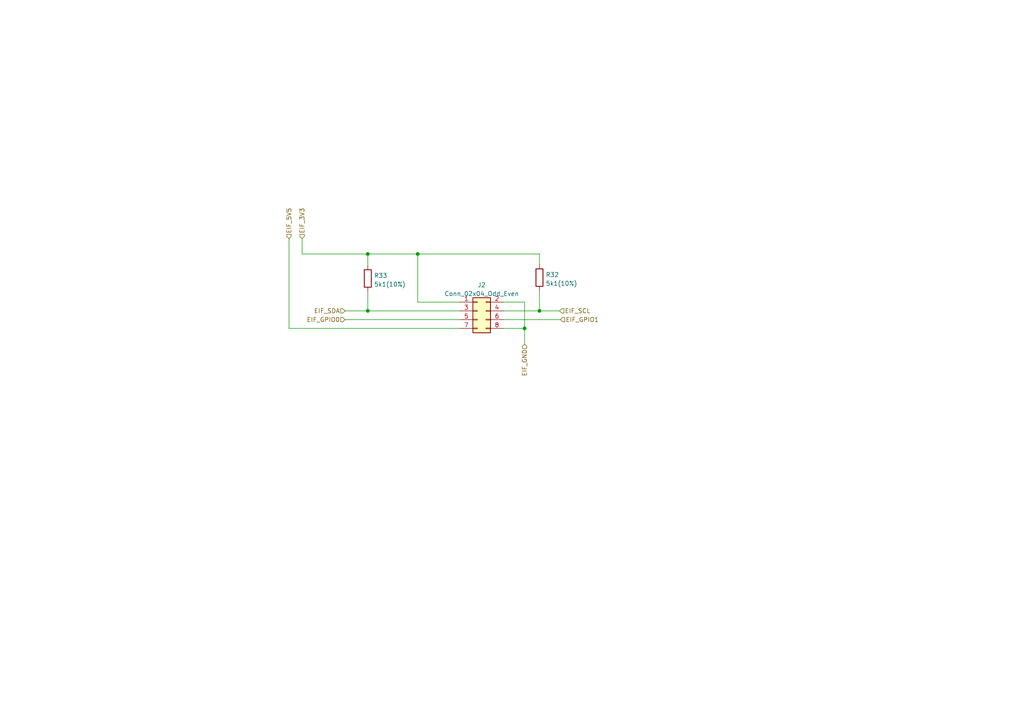
<source format=kicad_sch>
(kicad_sch (version 20230121) (generator eeschema)
  (paper "A4")
  (title_block (title "BCD-0o27 - SAO Interface") (date "2021-10-07") (rev "2") (company "BalcCon") (comment 1 "Designed by Florian"))
  (lib_symbols
    (symbol "Connector_Generic:Conn_02x04_Odd_Even" (pin_names (offset 1.016) hide)
      (property "Reference" "J" (at 1.27 5.08 0))
      (property "Value" "Conn_02x04_Odd_Even" (at 1.27 -7.62 0))
      (symbol "Conn_02x04_Odd_Even_1_1"
        (rectangle (start -1.27 -4.953) (end 0 -5.207) (stroke (width 0.1524)))
        (rectangle (start -1.27 -2.413) (end 0 -2.667) (stroke (width 0.1524)))
        (rectangle (start -1.27 0.127) (end 0 -0.127) (stroke (width 0.1524)))
        (rectangle (start -1.27 2.667) (end 0 2.413) (stroke (width 0.1524)))
        (rectangle (start -1.27 3.81) (end 3.81 -6.35) (stroke (width 0.254)) (fill (type background)))
        (rectangle (start 3.81 -4.953) (end 2.54 -5.207) (stroke (width 0.1524)))
        (rectangle (start 3.81 -2.413) (end 2.54 -2.667) (stroke (width 0.1524)))
        (rectangle (start 3.81 0.127) (end 2.54 -0.127) (stroke (width 0.1524)))
        (rectangle (start 3.81 2.667) (end 2.54 2.413) (stroke (width 0.1524)))
        (pin passive line (at -5.08 2.54 0) (length 3.81) (name "Pin_1") (number "1"))
        (pin passive line (at 7.62 2.54 180) (length 3.81) (name "Pin_2") (number "2"))
        (pin passive line (at -5.08 0 0) (length 3.81) (name "Pin_3") (number "3"))
        (pin passive line (at 7.62 0 180) (length 3.81) (name "Pin_4") (number "4"))
        (pin passive line (at -5.08 -2.54 0) (length 3.81) (name "Pin_5") (number "5"))
        (pin passive line (at 7.62 -2.54 180) (length 3.81) (name "Pin_6") (number "6"))
        (pin passive line (at -5.08 -5.08 0) (length 3.81) (name "Pin_7") (number "7"))
        (pin passive line (at 7.62 -5.08 180) (length 3.81) (name "Pin_8") (number "8"))
      )
    )
    (symbol "Device:R" (pin_numbers hide) (pin_names (offset 0))
      (property "Reference" "R" (at 2.032 0 90))
      (property "Value" "R" (at 0 0 90))
      (symbol "R_0_1"
        (rectangle (start -1.016 -2.54) (end 1.016 2.54) (stroke (width 0.254)))
      )
      (symbol "R_1_1"
        (pin passive line (at 0 3.81 270) (length 1.27) (name "~") (number "1"))
        (pin passive line (at 0 -3.81 90) (length 1.27) (name "~") (number "2"))
      )
    )
  )
  (junction (at 121.158 73.66))
  (junction (at 152.146 95.25))
  (junction (at 156.464 90.17))
  (junction (at 106.68 90.17))
  (junction (at 106.68 73.66))
  (wire (pts (xy 100.076 90.17) (xy 106.68 90.17)))
  (wire (pts (xy 156.464 84.328) (xy 156.464 90.17)))
  (wire (pts (xy 152.146 87.63) (xy 152.146 95.25)))
  (wire (pts (xy 106.68 90.17) (xy 133.35 90.17)))
  (wire (pts (xy 156.464 90.17) (xy 162.306 90.17)))
  (wire (pts (xy 146.05 92.71) (xy 162.56 92.71)))
  (wire (pts (xy 152.146 95.25) (xy 152.146 99.822)))
  (wire (pts (xy 146.05 90.17) (xy 156.464 90.17)))
  (wire (pts (xy 121.158 73.66) (xy 106.68 73.66)))
  (wire (pts (xy 121.158 87.63) (xy 121.158 73.66)))
  (wire (pts (xy 106.68 73.66) (xy 106.68 76.962)))
  (wire (pts (xy 83.82 69.215) (xy 83.82 95.25)))
  (wire (pts (xy 87.63 73.66) (xy 87.63 69.215)))
  (wire (pts (xy 106.68 84.582) (xy 106.68 90.17)))
  (wire (pts (xy 146.05 87.63) (xy 152.146 87.63)))
  (wire (pts (xy 133.35 87.63) (xy 121.158 87.63)))
  (wire (pts (xy 146.05 95.25) (xy 152.146 95.25)))
  (wire (pts (xy 100.076 92.71) (xy 133.35 92.71)))
  (wire (pts (xy 87.63 73.66) (xy 106.68 73.66)))
  (wire (pts (xy 156.464 73.66) (xy 121.158 73.66)))
  (wire (pts (xy 133.35 95.25) (xy 83.82 95.25)))
  (wire (pts (xy 156.464 73.66) (xy 156.464 76.708)))
  (hierarchical_label "EIF_GND" (shape input) (at 152.146 99.822 270))
  (hierarchical_label "EIF_GPIO0" (shape input) (at 100.076 92.71 180))
  (hierarchical_label "EIF_SDA" (shape input) (at 100.076 90.17 180))
  (hierarchical_label "EIF_GPIO1" (shape input) (at 162.56 92.71 0))
  (hierarchical_label "EIF_SCL" (shape input) (at 162.306 90.17 0))
  (hierarchical_label "EIF_5V5" (shape input) (at 83.82 69.215 90))
  (hierarchical_label "EIF_3V3" (shape input) (at 87.63 69.215 90))
  (symbol (lib_id "Connector_Generic:Conn_02x04_Odd_Even") (at 138.43 90.17 0) (unit 1)
    (property "Reference" "J2" (at 139.7 82.6602 0))
    (property "Value" "Conn_02x04_Odd_Even" (at 139.7 85.1971 0))
    (property "Footprint" "Connector_PinSocket_2.54mm:PinSocket_2x04_P2.54mm_Vertical" (effects hide))
    (property "LCSC" "C2977588" (effects hide))
  )
  (symbol (lib_id "Device:R") (at 106.68 80.772 0) (unit 1)
    (property "Reference" "R33" (at 108.458 79.9373 0) (effects (justify left)))
    (property "Value" "5k1(10%)" (at 108.458 82.4742 0) (effects (justify left)))
    (property "Footprint" "Resistor_SMD:R_0603_1608Metric" (effects hide))
    (property "LCSC" "C23186" (effects hide))
  )
  (symbol (lib_id "Device:R") (at 156.464 80.518 0) (unit 1)
    (property "Reference" "R32" (at 158.242 79.6833 0) (effects (justify left)))
    (property "Value" "5k1(10%)" (at 158.242 82.2202 0) (effects (justify left)))
    (property "Footprint" "Resistor_SMD:R_0603_1608Metric" (effects hide))
    (property "LCSC" "C23186" (effects hide))
  )
)
</source>
